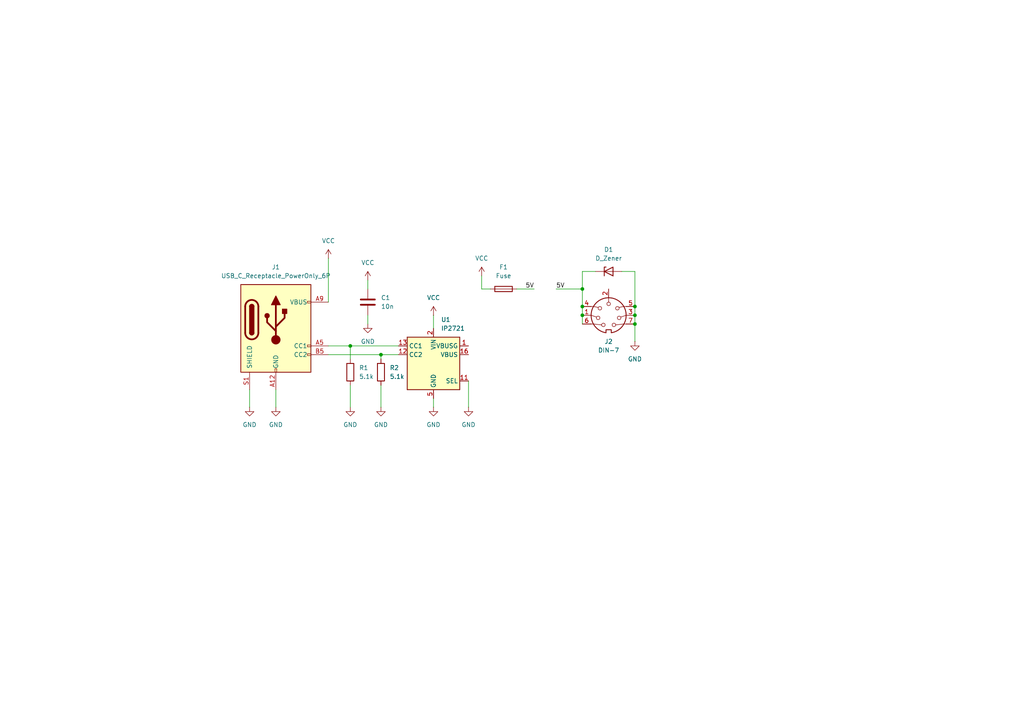
<source format=kicad_sch>
(kicad_sch (version 20231120) (generator "eeschema") (generator_version "8.0")
  (paper "A4")
  (lib_symbols
    (symbol "Connector:DIN-7" (pin_names (offset 1.016))
      (property "Reference" "J" (at 3.175 5.715 0))
      (property "Value" "DIN-7" (at 0 -6.604 0))
      (symbol "DIN-7_0_1"
        (arc (start -5.08 0) (mid -3.8609 -3.3364) (end -0.762 -5.08) (stroke (width 0.254)))
        (circle (center -3.048 -0.762) (radius 0.508))
        (circle (center -2.54 2.032) (radius 0.508))
        (circle (center -1.524 -2.794) (radius 0.508))
        (polyline (pts (xy -5.08 0) (xy -3.556 -0.508)))
        (polyline (pts (xy 0 5.08) (xy 0 3.81)))
        (polyline (pts (xy 5.08 0) (xy 3.556 -0.508)))
        (polyline (pts (xy -5.08 -2.54) (xy -4.318 -2.54) (xy -2.032 -2.794)))
        (polyline (pts (xy -5.08 2.54) (xy -4.318 2.54) (xy -3.048 2.286)))
        (polyline (pts (xy 5.08 -2.54) (xy 4.318 -2.54) (xy 2.032 -2.794)))
        (polyline (pts (xy 5.08 2.54) (xy 4.318 2.54) (xy 3.048 2.286)))
        (polyline (pts (xy -0.762 -4.953) (xy -0.762 -4.191) (xy 0.762 -4.191) (xy 0.762 -4.953)) (stroke (width 0.254)))
        (circle (center 0 3.302) (radius 0.508))
        (arc (start 0.762 -5.08) (mid 3.8685 -3.343) (end 5.08 0) (stroke (width 0.254)))
        (circle (center 1.524 -2.794) (radius 0.508))
        (circle (center 2.54 2.032) (radius 0.508))
        (circle (center 3.048 -0.762) (radius 0.508))
        (arc (start 5.08 0) (mid 0 5.0579) (end -5.08 0) (stroke (width 0.254)))
      )
      (symbol "DIN-7_1_1"
        (pin passive line (at -7.62 0 0) (length 2.54) (name "~") (number "1"))
        (pin passive line (at 0 7.62 270) (length 2.54) (name "~") (number "2"))
        (pin passive line (at 7.62 0 180) (length 2.54) (name "~") (number "3"))
        (pin passive line (at -7.62 2.54 0) (length 2.54) (name "~") (number "4"))
        (pin passive line (at 7.62 2.54 180) (length 2.54) (name "~") (number "5"))
        (pin passive line (at -7.62 -2.54 0) (length 2.54) (name "~") (number "6"))
        (pin passive line (at 7.62 -2.54 180) (length 2.54) (name "~") (number "7"))
      )
    )
    (symbol "Connector:USB_C_Receptacle_PowerOnly_6P" (pin_names (offset 1.016))
      (property "Reference" "J" (at 0 16.51 0))
      (property "Value" "USB_C_Receptacle_PowerOnly_6P" (at 0 13.97 0))
      (symbol "USB_C_Receptacle_PowerOnly_6P_0_0"
        (rectangle (start -0.254 -12.7) (end 0.254 -11.684))
        (rectangle (start 10.16 -7.366) (end 9.144 -7.874))
        (rectangle (start 10.16 -4.826) (end 9.144 -5.334))
        (rectangle (start 10.16 7.874) (end 9.144 7.366))
      )
      (symbol "USB_C_Receptacle_PowerOnly_6P_0_1"
        (rectangle (start -10.16 12.7) (end 10.16 -12.7) (stroke (width 0.254)) (fill (type background)))
        (arc (start -8.89 -1.27) (mid -6.985 -3.1667) (end -5.08 -1.27) (stroke (width 0.508)))
        (arc (start -7.62 -1.27) (mid -6.985 -1.9023) (end -6.35 -1.27) (stroke (width 0.254)))
        (arc (start -7.62 -1.27) (mid -6.985 -1.9023) (end -6.35 -1.27) (stroke (width 0.254)) (fill (type outline)))
        (rectangle (start -7.62 -1.27) (end -6.35 6.35) (stroke (width 0.254)) (fill (type outline)))
        (arc (start -6.35 6.35) (mid -6.985 6.9823) (end -7.62 6.35) (stroke (width 0.254)))
        (arc (start -6.35 6.35) (mid -6.985 6.9823) (end -7.62 6.35) (stroke (width 0.254)) (fill (type outline)))
        (arc (start -5.08 6.35) (mid -6.985 8.2467) (end -8.89 6.35) (stroke (width 0.508)))
        (circle (center -2.54 3.683) (radius 0.635) (stroke (width 0.254)) (fill (type outline)))
        (circle (center 0 -3.302) (radius 1.27) (fill (type outline)))
        (polyline (pts (xy -8.89 -1.27) (xy -8.89 6.35)) (stroke (width 0.508)))
        (polyline (pts (xy -5.08 6.35) (xy -5.08 -1.27)) (stroke (width 0.508)))
        (polyline (pts (xy 0 -3.302) (xy 0 6.858)) (stroke (width 0.508)))
        (polyline (pts (xy 0 -0.762) (xy -2.54 1.778) (xy -2.54 3.048)) (stroke (width 0.508)))
        (polyline (pts (xy 0 0.508) (xy 2.54 3.048) (xy 2.54 4.318)) (stroke (width 0.508)))
        (polyline (pts (xy -1.27 6.858) (xy 0 9.398) (xy 1.27 6.858) (xy -1.27 6.858)) (stroke (width 0.254)) (fill (type outline)))
        (rectangle (start 1.905 4.318) (end 3.175 5.588) (stroke (width 0.254)) (fill (type outline)))
      )
      (symbol "USB_C_Receptacle_PowerOnly_6P_1_1"
        (pin passive line (at 0 -17.78 90) (length 5.08) (name "GND") (number "A12"))
        (pin bidirectional line (at 15.24 -5.08 180) (length 5.08) (name "CC1") (number "A5"))
        (pin passive line (at 15.24 7.62 180) (length 5.08) (name "VBUS") (number "A9"))
        (pin passive line (at 0 -17.78 90) (length 5.08) hide (name "GND") (number "B12"))
        (pin bidirectional line (at 15.24 -7.62 180) (length 5.08) (name "CC2") (number "B5"))
        (pin passive line (at 15.24 7.62 180) (length 5.08) hide (name "VBUS") (number "B9"))
        (pin passive line (at -7.62 -17.78 90) (length 5.08) (name "SHIELD") (number "S1"))
      )
    )
    (symbol "Device:C" (pin_numbers hide) (pin_names (offset 0.254))
      (property "Reference" "C" (at 0.635 2.54 0))
      (property "Value" "C" (at 0.635 -2.54 0))
      (symbol "C_0_1"
        (polyline (pts (xy -2.032 -0.762) (xy 2.032 -0.762)) (stroke (width 0.508)))
        (polyline (pts (xy -2.032 0.762) (xy 2.032 0.762)) (stroke (width 0.508)))
      )
      (symbol "C_1_1"
        (pin passive line (at 0 3.81 270) (length 2.794) (name "~") (number "1"))
        (pin passive line (at 0 -3.81 90) (length 2.794) (name "~") (number "2"))
      )
    )
    (symbol "Device:D_Zener" (pin_numbers hide) (pin_names (offset 1.016) hide)
      (property "Reference" "D" (at 0 2.54 0))
      (property "Value" "D_Zener" (at 0 -2.54 0))
      (symbol "D_Zener_0_1"
        (polyline (pts (xy 1.27 0) (xy -1.27 0)))
        (polyline (pts (xy -1.27 -1.27) (xy -1.27 1.27) (xy -0.762 1.27)) (stroke (width 0.254)))
        (polyline (pts (xy 1.27 -1.27) (xy 1.27 1.27) (xy -1.27 0) (xy 1.27 -1.27)) (stroke (width 0.254)))
      )
      (symbol "D_Zener_1_1"
        (pin passive line (at -3.81 0 0) (length 2.54) (name "K") (number "1"))
        (pin passive line (at 3.81 0 180) (length 2.54) (name "A") (number "2"))
      )
    )
    (symbol "Device:Fuse" (pin_numbers hide) (pin_names (offset 0))
      (property "Reference" "F" (at 2.032 0 90))
      (property "Value" "Fuse" (at -1.905 0 90))
      (symbol "Fuse_0_1"
        (rectangle (start -0.762 -2.54) (end 0.762 2.54) (stroke (width 0.254)))
        (polyline (pts (xy 0 2.54) (xy 0 -2.54)))
      )
      (symbol "Fuse_1_1"
        (pin passive line (at 0 3.81 270) (length 1.27) (name "~") (number "1"))
        (pin passive line (at 0 -3.81 90) (length 1.27) (name "~") (number "2"))
      )
    )
    (symbol "Device:R" (pin_numbers hide) (pin_names (offset 0))
      (property "Reference" "R" (at 2.032 0 90))
      (property "Value" "R" (at 0 0 90))
      (symbol "R_0_1"
        (rectangle (start -1.016 -2.54) (end 1.016 2.54) (stroke (width 0.254)))
      )
      (symbol "R_1_1"
        (pin passive line (at 0 3.81 270) (length 1.27) (name "~") (number "1"))
        (pin passive line (at 0 -3.81 90) (length 1.27) (name "~") (number "2"))
      )
    )
    (symbol "Interface_USB:IP2721"
      (property "Reference" "U" (at 5.08 -10.16 0))
      (property "Value" "IP2721" (at 7.62 -12.7 0))
      (symbol "IP2721_0_1"
        (rectangle (start -7.62 7.62) (end 7.62 -7.62) (stroke (width 0.254)) (fill (type background)))
      )
      (symbol "IP2721_1_1"
        (pin output line (at 10.16 5.08 180) (length 2.54) (name "VBUSG") (number "1"))
        (pin no_connect line (at -2.54 -7.62 90) (length 2.54) hide (name "NC") (number "10"))
        (pin input line (at 10.16 -5.08 180) (length 2.54) (name "SEL") (number "11"))
        (pin bidirectional line (at -10.16 2.54 0) (length 2.54) (name "CC2") (number "12"))
        (pin bidirectional line (at -10.16 5.08 0) (length 2.54) (name "CC1") (number "13"))
        (pin no_connect line (at 2.54 -7.62 90) (length 2.54) hide (name "NC") (number "14"))
        (pin no_connect line (at 5.08 -7.62 90) (length 2.54) hide (name "NC") (number "15"))
        (pin input line (at 10.16 2.54 180) (length 2.54) (name "VBUS") (number "16"))
        (pin power_in line (at 0 10.16 270) (length 2.54) (name "VIN") (number "2"))
        (pin no_connect line (at -5.08 7.62 270) (length 2.54) hide (name "NC") (number "3"))
        (pin no_connect line (at -7.62 -2.54 0) (length 2.54) hide (name "NC") (number "4"))
        (pin power_in line (at 0 -10.16 90) (length 2.54) (name "GND") (number "5"))
        (pin no_connect line (at -2.54 7.62 270) (length 2.54) hide (name "NC") (number "6"))
        (pin no_connect line (at 2.54 7.62 270) (length 2.54) hide (name "NC") (number "7"))
        (pin no_connect line (at 5.08 7.62 270) (length 2.54) hide (name "NC") (number "8"))
        (pin no_connect line (at -5.08 -7.62 90) (length 2.54) hide (name "NC") (number "9"))
      )
    )
    (symbol "power:GND" (power) (pin_numbers hide) (pin_names (offset 0) hide)
      (property "Value" "GND" (at 0 -3.81 0))
      (symbol "GND_0_1"
        (polyline (pts (xy 0 0) (xy 0 -1.27) (xy 1.27 -1.27) (xy 0 -2.54) (xy -1.27 -1.27) (xy 0 -1.27)))
      )
      (symbol "GND_1_1"
        (pin power_in line (at 0 0 270) (length 0) (name "~") (number "1"))
      )
    )
    (symbol "power:VCC" (power) (pin_numbers hide) (pin_names (offset 0) hide)
      (property "Value" "VCC" (at 0 3.556 0))
      (symbol "VCC_0_1"
        (polyline (pts (xy -0.762 1.27) (xy 0 2.54)))
        (polyline (pts (xy 0 0) (xy 0 2.54)))
        (polyline (pts (xy 0 2.54) (xy 0.762 1.27)))
      )
      (symbol "VCC_1_1"
        (pin power_in line (at 0 0 90) (length 0) (name "~") (number "1"))
      )
    )
  )
  (junction (at 168.91 83.82))
  (junction (at 110.49 102.87))
  (junction (at 168.91 91.44))
  (junction (at 184.15 88.9))
  (junction (at 184.15 93.98))
  (junction (at 168.91 88.9))
  (junction (at 101.6 100.33))
  (junction (at 184.15 91.44))
  (wire (pts (xy 125.73 115.57) (xy 125.73 118.11)))
  (wire (pts (xy 184.15 91.44) (xy 184.15 93.98)))
  (wire (pts (xy 72.39 113.03) (xy 72.39 118.11)))
  (wire (pts (xy 95.25 100.33) (xy 101.6 100.33)))
  (wire (pts (xy 80.01 113.03) (xy 80.01 118.11)))
  (wire (pts (xy 110.49 102.87) (xy 115.57 102.87)))
  (wire (pts (xy 139.7 83.82) (xy 142.24 83.82)))
  (wire (pts (xy 95.25 102.87) (xy 110.49 102.87)))
  (wire (pts (xy 161.29 83.82) (xy 168.91 83.82)))
  (wire (pts (xy 168.91 88.9) (xy 168.91 83.82)))
  (wire (pts (xy 168.91 88.9) (xy 168.91 91.44)))
  (wire (pts (xy 149.86 83.82) (xy 154.94 83.82)))
  (wire (pts (xy 106.68 91.44) (xy 106.68 93.98)))
  (wire (pts (xy 184.15 88.9) (xy 184.15 91.44)))
  (wire (pts (xy 168.91 91.44) (xy 168.91 93.98)))
  (wire (pts (xy 135.89 110.49) (xy 135.89 118.11)))
  (wire (pts (xy 101.6 111.76) (xy 101.6 118.11)))
  (wire (pts (xy 125.73 91.44) (xy 125.73 95.25)))
  (wire (pts (xy 101.6 100.33) (xy 101.6 104.14)))
  (wire (pts (xy 139.7 80.01) (xy 139.7 83.82)))
  (wire (pts (xy 180.34 78.74) (xy 184.15 78.74)))
  (wire (pts (xy 184.15 93.98) (xy 184.15 99.06)))
  (wire (pts (xy 101.6 100.33) (xy 115.57 100.33)))
  (wire (pts (xy 184.15 88.9) (xy 184.15 78.74)))
  (wire (pts (xy 95.25 74.93) (xy 95.25 87.63)))
  (wire (pts (xy 106.68 81.28) (xy 106.68 83.82)))
  (wire (pts (xy 168.91 83.82) (xy 168.91 78.74)))
  (wire (pts (xy 110.49 111.76) (xy 110.49 118.11)))
  (wire (pts (xy 168.91 78.74) (xy 172.72 78.74)))
  (wire (pts (xy 110.49 102.87) (xy 110.49 104.14)))
  (label "5V" (at 161.29 83.82 0))
  (label "5V" (at 152.4 83.82 0))
  (symbol (lib_id "power:GND") (at 125.73 118.11 0) (unit 1)
    (property "Reference" "#PWR06" (effects (hide yes)))
    (property "Value" "GND" (at 125.73 123.19 0))
    (property "Description" "Power symbol creates a global label with name \"GND\" , ground" (effects (hide yes)))
  )
  (symbol (lib_id "power:VCC") (at 139.7 80.01 0) (unit 1)
    (property "Reference" "#PWR011" (effects (hide yes)))
    (property "Value" "VCC" (at 139.7 74.93 0))
    (property "Description" "Power symbol creates a global label with name \"VCC\"" (effects (hide yes)))
  )
  (symbol (lib_id "Device:Fuse") (at 146.05 83.82 90) (unit 1)
    (property "Reference" "F1" (at 146.05 77.47 90))
    (property "Value" "Fuse" (at 146.05 80.01 90))
    (property "Footprint" "Fuse:Fuse_0805_2012Metric" (effects (hide yes)))
    (property "Description" "Fuse" (effects (hide yes)))
  )
  (symbol (lib_id "Connector:USB_C_Receptacle_PowerOnly_6P") (at 80.01 95.25 0) (unit 1)
    (property "Reference" "J1" (at 80.01 77.47 0))
    (property "Value" "USB_C_Receptacle_PowerOnly_6P" (at 80.01 80.01 0))
    (property "Footprint" "Connector_USB:USB_C_Receptacle_GCT_USB4125-xx-x_6P_TopMnt_Horizontal" (effects (hide yes)))
    (property "Datasheet" "https://www.usb.org/sites/default/files/documents/usb_type-c.zip" (effects (hide yes)))
    (property "Description" "USB Power-Only 6P Type-C Receptacle connector" (effects (hide yes)))
  )
  (symbol (lib_id "Device:R") (at 110.49 107.95 0) (unit 1)
    (property "Reference" "R2" (at 113.03 106.6799 0) (effects (justify left)))
    (property "Value" "5.1k" (at 113.03 109.2199 0) (effects (justify left)))
    (property "Footprint" "Resistor_SMD:R_0805_2012Metric" (effects (hide yes)))
    (property "Description" "Resistor" (effects (hide yes)))
  )
  (symbol (lib_id "power:GND") (at 184.15 99.06 0) (unit 1)
    (property "Reference" "#PWR012" (effects (hide yes)))
    (property "Value" "GND" (at 184.15 104.14 0))
    (property "Description" "Power symbol creates a global label with name \"GND\" , ground" (effects (hide yes)))
  )
  (symbol (lib_id "power:GND") (at 106.68 93.98 0) (unit 1)
    (property "Reference" "#PWR09" (effects (hide yes)))
    (property "Value" "GND" (at 106.68 99.06 0))
    (property "Description" "Power symbol creates a global label with name \"GND\" , ground" (effects (hide yes)))
  )
  (symbol (lib_id "power:GND") (at 80.01 118.11 0) (unit 1)
    (property "Reference" "#PWR02" (effects (hide yes)))
    (property "Value" "GND" (at 80.01 123.19 0))
    (property "Description" "Power symbol creates a global label with name \"GND\" , ground" (effects (hide yes)))
  )
  (symbol (lib_id "power:VCC") (at 125.73 91.44 0) (unit 1)
    (property "Reference" "#PWR07" (effects (hide yes)))
    (property "Value" "VCC" (at 125.73 86.36 0))
    (property "Description" "Power symbol creates a global label with name \"VCC\"" (effects (hide yes)))
  )
  (symbol (lib_id "Device:C") (at 106.68 87.63 0) (unit 1)
    (property "Reference" "C1" (at 110.49 86.3599 0) (effects (justify left)))
    (property "Value" "10n" (at 110.49 88.8999 0) (effects (justify left)))
    (property "Footprint" "Capacitor_SMD:C_0805_2012Metric" (effects (hide yes)))
    (property "Description" "Unpolarized capacitor" (effects (hide yes)))
  )
  (symbol (lib_id "power:GND") (at 72.39 118.11 0) (unit 1)
    (property "Reference" "#PWR01" (effects (hide yes)))
    (property "Value" "GND" (at 72.39 123.19 0))
    (property "Description" "Power symbol creates a global label with name \"GND\" , ground" (effects (hide yes)))
  )
  (symbol (lib_id "Device:D_Zener") (at 176.53 78.74 0) (unit 1)
    (property "Reference" "D1" (at 176.53 72.39 0))
    (property "Value" "D_Zener" (at 176.53 74.93 0))
    (property "Footprint" "Diode_THT:D_T-1_P5.08mm_Horizontal" (effects (hide yes)))
    (property "Description" "Zener diode" (effects (hide yes)))
  )
  (symbol (lib_id "Device:R") (at 101.6 107.95 0) (unit 1)
    (property "Reference" "R1" (at 104.14 106.6799 0) (effects (justify left)))
    (property "Value" "5.1k" (at 104.14 109.2199 0) (effects (justify left)))
    (property "Footprint" "Resistor_SMD:R_0805_2012Metric" (effects (hide yes)))
    (property "Description" "Resistor" (effects (hide yes)))
  )
  (symbol (lib_id "Connector:DIN-7") (at 176.53 91.44 0) (unit 1)
    (property "Reference" "J2" (at 176.5301 99.06 0))
    (property "Value" "DIN-7" (at 176.5301 101.6 0))
    (property "Footprint" "din_fake:din7_fake" (effects (hide yes)))
    (property "Datasheet" "http://www.mouser.com/ds/2/18/40_c091_abd_e-75918.pdf" (effects (hide yes)))
    (property "Description" "7-pin DIN connector" (effects (hide yes)))
  )
  (symbol (lib_id "power:GND") (at 135.89 118.11 0) (unit 1)
    (property "Reference" "#PWR010" (effects (hide yes)))
    (property "Value" "GND" (at 135.89 123.19 0))
    (property "Description" "Power symbol creates a global label with name \"GND\" , ground" (effects (hide yes)))
  )
  (symbol (lib_id "power:VCC") (at 106.68 81.28 0) (unit 1)
    (property "Reference" "#PWR08" (effects (hide yes)))
    (property "Value" "VCC" (at 106.68 76.2 0))
    (property "Description" "Power symbol creates a global label with name \"VCC\"" (effects (hide yes)))
  )
  (symbol (lib_id "power:GND") (at 110.49 118.11 0) (unit 1)
    (property "Reference" "#PWR05" (effects (hide yes)))
    (property "Value" "GND" (at 110.49 123.19 0))
    (property "Description" "Power symbol creates a global label with name \"GND\" , ground" (effects (hide yes)))
  )
  (symbol (lib_id "Interface_USB:IP2721") (at 125.73 105.41 0) (unit 1)
    (property "Reference" "U1" (at 127.9241 92.71 0) (effects (justify left)))
    (property "Value" "IP2721" (at 127.9241 95.25 0) (effects (justify left)))
    (property "Footprint" "Package_SO:TSSOP-16_4.4x5mm_P0.65mm" (effects (hide yes)))
    (property "Datasheet" "https://datasheet.lcsc.com/lcsc/2006111335_INJOINIC-IP2721_C603176.pdf" (effects (hide yes)))
    (property "Description" "USB TYPEC  PD Controller Interface, TSSOP-16" (effects (hide yes)))
  )
  (symbol (lib_id "power:GND") (at 101.6 118.11 0) (unit 1)
    (property "Reference" "#PWR04" (effects (hide yes)))
    (property "Value" "GND" (at 101.6 123.19 0))
    (property "Description" "Power symbol creates a global label with name \"GND\" , ground" (effects (hide yes)))
  )
  (symbol (lib_id "power:VCC") (at 95.25 74.93 0) (unit 1)
    (property "Reference" "#PWR03" (effects (hide yes)))
    (property "Value" "VCC" (at 95.25 69.85 0))
    (property "Description" "Power symbol creates a global label with name \"VCC\"" (effects (hide yes)))
  )
)
</source>
